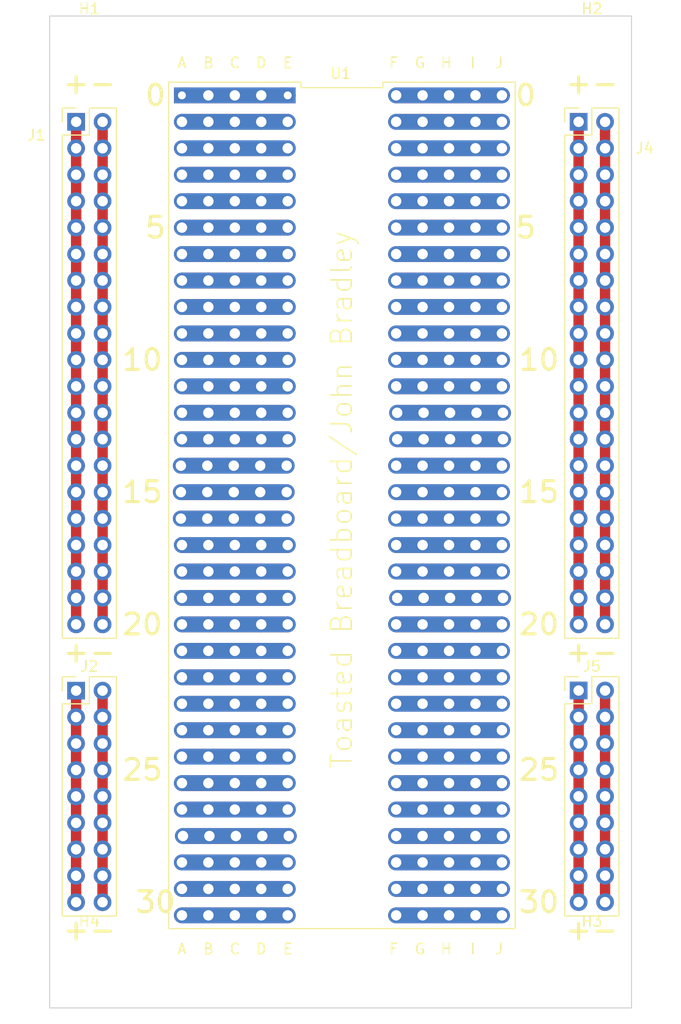
<source format=kicad_pcb>
(kicad_pcb (version 20240108) (generator "pcbnew") (generator_version "8.0")
  (layers (0 "F.Cu" signal) (31 "B.Cu" signal) (34 "B.Paste" user) (35 "F.Paste" user) (36 "B.SilkS" user "B.Silkscreen") (37 "F.SilkS" user "F.Silkscreen") (38 "B.Mask" user) (39 "F.Mask" user) (44 "Edge.Cuts" user))
  (net 0 "")
  (net 1 "unconnected-(U1-PIN1-Pad1)")
  (net 2 "unconnected-(U1-PIN2-Pad2)")
  (net 3 "unconnected-(U1-PIN3-Pad3)")
  (net 4 "Net-(J1-Pin_1)")
  (net 5 "Net-(J1-Pin_10)")
  (net 6 "Net-(J2-Pin_1)")
  (net 7 "Net-(J2-Pin_10)")
  (net 8 "Net-(J4-Pin_1)")
  (net 9 "Net-(J4-Pin_10)")
  (net 10 "Net-(J5-Pin_1)")
  (net 11 "Net-(J5-Pin_10)")
  (net 12 "unconnected-(U1-PIN4-Pad4)")
  (net 13 "unconnected-(U1-PIN5-Pad5)")
  (net 14 "unconnected-(U1-PIN6-Pad6)")
  (net 15 "unconnected-(U1-PIN7-Pad7)")
  (net 16 "unconnected-(U1-PIN8-Pad8)")
  (net 17 "unconnected-(U1-PIN9-Pad9)")
  (net 18 "unconnected-(U1-PIN10-Pad10)")
  (net 19 "unconnected-(U1-PIN11-Pad11)")
  (net 20 "unconnected-(U1-PIN12-Pad12)")
  (net 21 "unconnected-(U1-PIN13-Pad13)")
  (net 22 "unconnected-(U1-PIN14-Pad14)")
  (net 23 "unconnected-(U1-PIN15-Pad15)")
  (net 24 "unconnected-(U1-PIN16-Pad16)")
  (net 25 "unconnected-(U1-PIN17-Pad17)")
  (net 26 "unconnected-(U1-PIN18-Pad18)")
  (net 27 "unconnected-(U1-PIN19-Pad19)")
  (net 28 "unconnected-(U1-PIN20-Pad20)")
  (net 29 "unconnected-(U1-PIN21-Pad21)")
  (net 30 "unconnected-(U1-PIN22-Pad22)")
  (net 31 "unconnected-(U1-PIN23-Pad23)")
  (net 32 "unconnected-(U1-PIN24-Pad24)")
  (net 33 "unconnected-(U1-PIN25-Pad25)")
  (net 34 "unconnected-(U1-PIN26-Pad26)")
  (net 35 "unconnected-(U1-PIN27-Pad27)")
  (net 36 "unconnected-(U1-PIN28-Pad28)")
  (net 37 "unconnected-(U1-PIN29-Pad29)")
  (net 38 "unconnected-(U1-PIN30-Pad30)")
  (net 39 "unconnected-(U1-PIN31-Pad31)")
  (net 40 "unconnected-(U1-PIN32-Pad32)")
  (net 41 "unconnected-(U1-PIN33-Pad33)")
  (net 42 "unconnected-(U1-PIN34-Pad34)")
  (net 43 "unconnected-(U1-PIN35-Pad35)")
  (net 44 "unconnected-(U1-PIN36-Pad36)")
  (net 45 "unconnected-(U1-PIN37-Pad37)")
  (net 46 "unconnected-(U1-PIN38-Pad38)")
  (net 47 "unconnected-(U1-PIN39-Pad39)")
  (net 48 "unconnected-(U1-PIN40-Pad40)")
  (net 49 "unconnected-(U1-PIN41-Pad41)")
  (net 50 "unconnected-(U1-PIN42-Pad42)")
  (net 51 "unconnected-(U1-PIN43-Pad43)")
  (net 52 "unconnected-(U1-PIN44-Pad44)")
  (net 53 "unconnected-(U1-PIN45-Pad45)")
  (net 54 "unconnected-(U1-PIN46-Pad46)")
  (net 55 "unconnected-(U1-PIN47-Pad47)")
  (net 56 "unconnected-(U1-PIN48-Pad48)")
  (net 57 "unconnected-(U1-PIN49-Pad49)")
  (net 58 "unconnected-(U1-PIN50-Pad50)")
  (net 59 "unconnected-(U1-PIN51-Pad51)")
  (net 60 "unconnected-(U1-PIN52-Pad52)")
  (net 61 "unconnected-(U1-PIN53-Pad53)")
  (net 62 "unconnected-(U1-PIN54-Pad54)")
  (net 63 "unconnected-(U1-PIN55-Pad55)")
  (net 64 "unconnected-(U1-PIN56-Pad56)")
  (net 65 "unconnected-(U1-PIN57-Pad57)")
  (net 66 "unconnected-(U1-PIN58-Pad58)")
  (net 67 "unconnected-(U1-PIN59-Pad59)")
  (net 68 "unconnected-(U1-PIN60-Pad60)")
  (net 69 "unconnected-(U1-PIN61-Pad61)")
  (net 70 "unconnected-(U1-PIN62-Pad62)")
  (net 71 "unconnected-(U1-PIN63-Pad63)")
  (net 72 "unconnected-(U1-PIN64-Pad64)")
  (footprint "ExtraFootprints:MountingHole_3.5mm_with_Stencil_hole" (layer "F.Cu") (at 153.67 111.76)
    (property "Reference" "H3")
    (property "Value" "MountingHole")
  )
  (footprint "Dev:DIP-64" (layer "F.Cu") (at 129.794 67.31 -90)
    (property "Reference" "U1")
    (property "Value" "DIL126" (hide yes))
  )
  (footprint "ExtraFootprints:MountingHole_3.5mm_with_Stencil_hole" (layer "F.Cu") (at 105.41 24.13)
    (property "Reference" "H1")
    (property "Value" "MountingHole")
  )
  (footprint "Connector_PinHeader_2.54mm:PinHeader_2x20_P2.54mm_Vertical" (layer "F.Cu") (at 152.4 30.48)
    (property "Reference" "J4")
    (property "Value" "Conn_02x20_Odd_Even")
  )
  (footprint "ExtraFootprints:MountingHole_3.5mm_with_Stencil_hole" (layer "F.Cu") (at 153.67 24.13)
    (property "Reference" "H2")
    (property "Value" "MountingHole")
  )
  (footprint "Connector_PinHeader_2.54mm:PinHeader_2x09_P2.54mm_Vertical" (layer "F.Cu") (at 104.135 85.1)
    (property "Reference" "J2")
    (property "Value" "Conn_02x20_Odd_Even")
  )
  (footprint "Connector_PinHeader_2.54mm:PinHeader_2x20_P2.54mm_Vertical" (layer "F.Cu") (at 104.14 30.48)
    (property "Reference" "J1")
    (property "Value" "Conn_02x20_Odd_Even")
  )
  (footprint "ExtraFootprints:MountingHole_3.5mm_with_Stencil_hole" (layer "F.Cu") (at 105.41 111.76)
    (property "Reference" "H4")
    (property "Value" "MountingHole")
  )
  (footprint "Connector_PinHeader_2.54mm:PinHeader_2x09_P2.54mm_Vertical" (layer "F.Cu") (at 152.4 85.09)
    (property "Reference" "J5")
    (property "Value" "Conn_02x20_Odd_Even")
  )
  (gr_rect (start 101.6 20.32) (end 157.48 115.57) (stroke (width 0.1)) (fill none) (layer "Edge.Cuts"))
  (gr_text "5" (at 147.32 40.64 0) (layer "F.SilkS") (effects (font (size 2 2) (thickness 0.3))))
  (gr_text "5" (at 111.76 40.64 0) (layer "F.SilkS") (effects (font (size 2 2) (thickness 0.3))))
  (gr_text "C" (at 119.38 110.49 0) (layer "F.SilkS") (effects (font (size 1 1)) (justify bottom)))
  (gr_text "25" (at 110.49 92.71 0) (layer "F.SilkS") (effects (font (size 2 2) (thickness 0.3))))
  (gr_text "-" (at 154.94 109.22 0) (layer "F.SilkS") (effects (font (size 2 2) (thickness 0.3)) (justify bottom)))
  (gr_text "+" (at 104.14 82.55 0) (layer "F.SilkS") (effects (font (size 2 2) (thickness 0.3)) (justify bottom)))
  (gr_text "A" (at 114.3 110.49 0) (layer "F.SilkS") (effects (font (size 1 1)) (justify bottom)))
  (gr_text "G" (at 137.16 25.4 0) (layer "F.SilkS") (effects (font (size 1 1)) (justify bottom)))
  (gr_text "+" (at 152.4 109.22 0) (layer "F.SilkS") (effects (font (size 2 2) (thickness 0.3)) (justify bottom)))
  (gr_text "+" (at 152.4 82.55 0) (layer "F.SilkS") (effects (font (size 2 2) (thickness 0.3)) (justify bottom)))
  (gr_text "F" (at 134.62 25.4 0) (layer "F.SilkS") (effects (font (size 1 1)) (justify bottom)))
  (gr_text "F" (at 134.62 110.49 0) (layer "F.SilkS") (effects (font (size 1 1)) (justify bottom)))
  (gr_text "20" (at 148.59 78.74 0) (layer "F.SilkS") (effects (font (size 2 2) (thickness 0.3))))
  (gr_text "J\n" (at 144.78 110.49 0) (layer "F.SilkS") (effects (font (size 1 1)) (justify bottom)))
  (gr_text "+" (at 104.14 27.94 0) (layer "F.SilkS") (effects (font (size 2 2) (thickness 0.3)) (justify bottom)))
  (gr_text "+" (at 104.14 109.22 0) (layer "F.SilkS") (effects (font (size 2 2) (thickness 0.3)) (justify bottom)))
  (gr_text "E" (at 124.46 110.49 0) (layer "F.SilkS") (effects (font (size 1 1)) (justify bottom)))
  (gr_text "-" (at 106.68 109.22 0) (layer "F.SilkS") (effects (font (size 2 2) (thickness 0.3)) (justify bottom)))
  (gr_text "A" (at 114.3 25.4 0) (layer "F.SilkS") (effects (font (size 1 1)) (justify bottom)))
  (gr_text "D" (at 121.92 25.4 0) (layer "F.SilkS") (effects (font (size 1 1)) (justify bottom)))
  (gr_text "25" (at 148.59 92.71 0) (layer "F.SilkS") (effects (font (size 2 2) (thickness 0.3))))
  (gr_text "0" (at 147.32 27.94 0) (layer "F.SilkS") (effects (font (size 2 2) (thickness 0.3))))
  (gr_text "B" (at 116.84 110.49 0) (layer "F.SilkS") (effects (font (size 1 1)) (justify bottom)))
  (gr_text "-" (at 154.94 82.55 0) (layer "F.SilkS") (effects (font (size 2 2) (thickness 0.3)) (justify bottom)))
  (gr_text "E" (at 124.46 25.4 0) (layer "F.SilkS") (effects (font (size 1 1)) (justify bottom)))
  (gr_text "0" (at 111.76 27.94 0) (layer "F.SilkS") (effects (font (size 2 2) (thickness 0.3))))
  (gr_text "30" (at 111.76 105.41 0) (layer "F.SilkS") (effects (font (size 2 2) (thickness 0.3))))
  (gr_text "-" (at 106.68 82.55 0) (layer "F.SilkS") (effects (font (size 2 2) (thickness 0.3)) (justify bottom)))
  (gr_text "B" (at 116.84 25.4 0) (layer "F.SilkS") (effects (font (size 1 1)) (justify bottom)))
  (gr_text "G" (at 137.16 110.49 0) (layer "F.SilkS") (effects (font (size 1 1)) (justify bottom)))
  (gr_text "Toasted Breadboard/John Bradley" (at 130.81 92.71 90) (layer "F.SilkS") (effects (font (size 2 2)) (justify left bottom)))
  (gr_text "J\n" (at 144.78 25.4 0) (layer "F.SilkS") (effects (font (size 1 1)) (justify bottom)))
  (gr_text "-" (at 106.68 27.94 0) (layer "F.SilkS") (effects (font (size 2 2) (thickness 0.3)) (justify bottom)))
  (gr_text "H" (at 139.7 110.49 0) (layer "F.SilkS") (effects (font (size 1 1)) (justify bottom)))
  (gr_text "D" (at 121.92 110.49 0) (layer "F.SilkS") (effects (font (size 1 1)) (justify bottom)))
  (gr_text "+" (at 152.4 27.94 0) (layer "F.SilkS") (effects (font (size 2 2) (thickness 0.3)) (justify bottom)))
  (gr_text "I" (at 142.24 25.4 0) (layer "F.SilkS") (effects (font (size 1 1)) (justify bottom)))
  (gr_text "20" (at 110.49 78.74 0) (layer "F.SilkS") (effects (font (size 2 2) (thickness 0.3))))
  (gr_text "10" (at 110.49 53.34 0) (layer "F.SilkS") (effects (font (size 2 2) (thickness 0.3))))
  (gr_text "H" (at 139.7 25.4 0) (layer "F.SilkS") (effects (font (size 1 1)) (justify bottom)))
  (gr_text "-" (at 154.94 27.94 0) (layer "F.SilkS") (effects (font (size 2 2) (thickness 0.3)) (justify bottom)))
  (gr_text "15" (at 148.59 66.04 0) (layer "F.SilkS") (effects (font (size 2 2) (thickness 0.3))))
  (gr_text "30" (at 148.59 105.41 0) (layer "F.SilkS") (effects (font (size 2 2) (thickness 0.3))))
  (gr_text "I" (at 142.24 110.49 0) (layer "F.SilkS") (effects (font (size 1 1)) (justify bottom)))
  (gr_text "15" (at 110.49 66.04 0) (layer "F.SilkS") (effects (font (size 2 2) (thickness 0.3))))
  (gr_text "C" (at 119.38 25.4 0) (layer "F.SilkS") (effects (font (size 1 1)) (justify bottom)))
  (gr_text "10" (at 148.59 53.34 0) (layer "F.SilkS") (effects (font (size 2 2) (thickness 0.3))))
  (segment (start 116.84 27.94) (end 119.38 27.94) (width 1) (layer "B.Cu") (net 1))
  (segment (start 121.92 27.94) (end 124.46 27.94) (width 1) (layer "B.Cu") (net 1))
  (segment (start 114.3 27.94) (end 116.84 27.94) (width 1) (layer "B.Cu") (net 1))
  (segment (start 119.38 27.94) (end 121.92 27.94) (width 1) (layer "B.Cu") (net 1))
  (segment (start 116.84 30.48) (end 119.38 30.48) (width 1) (layer "B.Cu") (net 2))
  (segment (start 114.3 30.48) (end 116.84 30.48) (width 1) (layer "B.Cu") (net 2))
  (segment (start 119.38 30.48) (end 121.92 30.48) (width 1) (layer "B.Cu") (net 2))
  (segment (start 121.92 30.48) (end 124.46 30.48) (width 1) (layer "B.Cu") (net 2))
  (segment (start 114.3 33.02) (end 116.84 33.02) (width 1) (layer "B.Cu") (net 3))
  (segment (start 119.38 33.02) (end 121.92 33.02) (width 1) (layer "B.Cu") (net 3))
  (segment (start 116.84 33.02) (end 119.38 33.02) (width 1) (layer "B.Cu") (net 3))
  (segment (start 121.92 33.02) (end 124.46 33.02) (width 1) (layer "B.Cu") (net 3))
  (segment (start 104.14 53.34) (end 104.14 50.8) (width 1) (layer "F.Cu") (net 4))
  (segment (start 104.14 38.1) (end 104.14 35.56) (width 1) (layer "F.Cu") (net 4))
  (segment (start 104.14 58.42) (end 104.14 55.88) (width 1) (layer "F.Cu") (net 4))
  (segment (start 104.14 66.04) (end 104.14 63.5) (width 1) (layer "F.Cu") (net 4))
  (segment (start 104.14 40.64) (end 104.14 38.1) (width 1) (layer "F.Cu") (net 4))
  (segment (start 104.14 48.26) (end 104.14 45.72) (width 1) (layer "F.Cu") (net 4))
  (segment (start 104.14 50.8) (end 104.14 48.26) (width 1) (layer "F.Cu") (net 4))
  (segment (start 104.14 73.66) (end 104.14 71.12) (width 1) (layer "F.Cu") (net 4))
  (segment (start 104.14 35.56) (end 104.14 33.02) (width 1) (layer "F.Cu") (net 4))
  (segment (start 104.14 60.96) (end 104.14 58.42) (width 1) (layer "F.Cu") (net 4))
  (segment (start 104.14 71.12) (end 104.14 68.58) (width 1) (layer "F.Cu") (net 4))
  (segment (start 104.14 63.5) (end 104.14 60.96) (width 1) (layer "F.Cu") (net 4))
  (segment (start 104.14 68.58) (end 104.14 66.04) (width 1) (layer "F.Cu") (net 4))
  (segment (start 104.14 43.18) (end 104.14 40.64) (width 1) (layer "F.Cu") (net 4))
  (segment (start 104.14 78.74) (end 104.14 76.2) (width 1) (layer "F.Cu") (net 4))
  (segment (start 104.14 45.72) (end 104.14 43.18) (width 1) (layer "F.Cu") (net 4))
  (segment (start 104.14 33.02) (end 104.14 30.48) (width 1) (layer "F.Cu") (net 4))
  (segment (start 104.14 55.88) (end 104.14 53.34) (width 1) (layer "F.Cu") (net 4))
  (segment (start 104.14 76.2) (end 104.14 73.66) (width 1) (layer "F.Cu") (net 4))
  (segment (start 106.68 71.12) (end 106.68 68.58) (width 1) (layer "F.Cu") (net 5))
  (segment (start 106.68 60.96) (end 106.68 58.42) (width 1) (layer "F.Cu") (net 5))
  (segment (start 106.68 45.72) (end 106.68 43.18) (width 1) (layer "F.Cu") (net 5))
  (segment (start 106.68 76.2) (end 106.68 73.66) (width 1) (layer "F.Cu") (net 5))
  (segment (start 106.68 63.5) (end 106.68 60.96) (width 1) (layer "F.Cu") (net 5))
  (segment (start 106.68 53.34) (end 106.68 50.8) (width 1) (layer "F.Cu") (net 5))
  (segment (start 106.68 33.02) (end 106.68 30.48) (width 1) (layer "F.Cu") (net 5))
  (segment (start 106.68 50.8) (end 106.68 48.26) (width 1) (layer "F.Cu") (net 5))
  (segment (start 106.68 55.88) (end 106.68 53.34) (width 1) (layer "F.Cu") (net 5))
  (segment (start 106.68 48.26) (end 106.68 45.72) (width 1) (layer "F.Cu") (net 5))
  (segment (start 106.68 66.04) (end 106.68 63.5) (width 1) (layer "F.Cu") (net 5))
  (segment (start 106.68 43.18) (end 106.68 40.64) (width 1) (layer "F.Cu") (net 5))
  (segment (start 106.68 58.42) (end 106.68 55.88) (width 1) (layer "F.Cu") (net 5))
  (segment (start 106.68 38.1) (end 106.68 35.56) (width 1) (layer "F.Cu") (net 5))
  (segment (start 106.68 68.58) (end 106.68 66.04) (width 1) (layer "F.Cu") (net 5))
  (segment (start 106.68 40.64) (end 106.68 38.1) (width 1) (layer "F.Cu") (net 5))
  (segment (start 106.68 73.66) (end 106.68 71.12) (width 1) (layer "F.Cu") (net 5))
  (segment (start 106.68 78.74) (end 106.68 76.2) (width 1) (layer "F.Cu") (net 5))
  (segment (start 106.68 35.56) (end 106.68 33.02) (width 1) (layer "F.Cu") (net 5))
  (segment (start 104.135 90.18) (end 104.135 87.64) (width 1) (layer "F.Cu") (net 6))
  (segment (start 104.135 95.26) (end 104.135 92.72) (width 1) (layer "F.Cu") (net 6))
  (segment (start 104.135 92.72) (end 104.135 90.18) (width 1) (layer "F.Cu") (net 6))
  (segment (start 104.135 105.42) (end 104.135 102.88) (width 1) (layer "F.Cu") (net 6))
  (segment (start 104.135 102.88) (end 104.135 100.34) (width 1) (layer "F.Cu") (net 6))
  (segment (start 104.135 87.64) (end 104.135 85.1) (width 1) (layer "F.Cu") (net 6))
  (segment (start 104.135 100.34) (end 104.135 97.8) (width 1) (layer "F.Cu") (net 6))
  (segment (start 104.135 97.8) (end 104.135 95.26) (width 1) (layer "F.Cu") (net 6))
  (segment (start 106.675 100.34) (end 106.675 97.8) (width 1) (layer "F.Cu") (net 7))
  (segment (start 106.675 97.8) (end 106.675 95.26) (width 1) (layer "F.Cu") (net 7))
  (segment (start 106.675 105.42) (end 106.675 102.88) (width 1) (layer "F.Cu") (net 7))
  (segment (start 106.675 92.72) (end 106.675 90.18) (width 1) (layer "F.Cu") (net 7))
  (segment (start 106.675 102.88) (end 106.675 100.34) (width 1) (layer "F.Cu") (net 7))
  (segment (start 106.675 90.18) (end 106.675 87.64) (width 1) (layer "F.Cu") (net 7))
  (segment (start 106.675 95.26) (end 106.675 92.72) (width 1) (layer "F.Cu") (net 7))
  (segment (start 106.675 87.64) (end 106.675 85.1) (width 1) (layer "F.Cu") (net 7))
  (segment (start 152.4 73.66) (end 152.4 71.12) (width 1) (layer "F.Cu") (net 8))
  (segment (start 152.4 66.04) (end 152.4 63.5) (width 1) (layer "F.Cu") (net 8))
  (segment (start 152.4 50.8) (end 152.4 48.26) (width 1) (layer "F.Cu") (net 8))
  (segment (start 152.4 53.34) (end 152.4 50.8) (width 1) (layer "F.Cu") (net 8))
  (segment (start 152.4 63.5) (end 152.4 60.96) (width 1) (layer "F.Cu") (net 8))
  (segment (start 152.4 55.88) (end 152.4 53.34) (width 1) (layer "F.Cu") (net 8))
  (segment (start 152.4 60.96) (end 152.4 58.42) (width 1) (layer "F.Cu") (net 8))
  (segment (start 152.4 71.12) (end 152.4 68.58) (width 1) (layer "F.Cu") (net 8))
  (segment (start 152.4 68.58) (end 152.4 66.04) (width 1) (layer "F.Cu") (net 8))
  (segment (start 152.4 58.42) (end 152.4 55.88) (width 1) (layer "F.Cu") (net 8))
  (segment (start 152.4 48.26) (end 152.4 45.72) (width 1) (layer "F.Cu") (net 8))
  (segment (start 152.4 35.56) (end 152.4 33.02) (width 1) (layer "F.Cu") (net 8))
  (segment (start 152.4 43.18) (end 152.4 40.64) (width 1) (layer "F.Cu") (net 8))
  (segment (start 152.4 33.02) (end 152.4 30.48) (width 1) (layer "F.Cu") (net 8))
  (segment (start 152.4 40.64) (end 152.4 38.1) (width 1) (layer "F.Cu") (net 8))
  (segment (start 152.4 45.72) (end 152.4 43.18) (width 1) (layer "F.Cu") (net 8))
  (segment (start 152.4 76.2) (end 152.4 73.66) (width 1) (layer "F.Cu") (net 8))
  (segment (start 152.4 38.1) (end 152.4 35.56) (width 1) (layer "F.Cu") (net 8))
  (segment (start 152.4 78.74) (end 152.4 76.2) (width 1) (layer "F.Cu") (net 8))
  (segment (start 154.94 60.96) (end 154.94 58.42) (width 1) (layer "F.Cu") (net 9))
  (segment (start 154.94 63.5) (end 154.94 60.96) (width 1) (layer "F.Cu") (net 9))
  (segment (start 154.94 38.1) (end 154.94 35.56) (width 1) (layer "F.Cu") (net 9))
  (segment (start 154.94 76.2) (end 154.94 73.66) (width 1) (layer "F.Cu") (net 9))
  (segment (start 154.94 53.34) (end 154.94 50.8) (width 1) (layer "F.Cu") (net 9))
  (segment (start 154.94 35.56) (end 154.94 33.02) (width 1) (layer "F.Cu") (net 9))
  (segment (start 154.94 40.64) (end 154.94 38.1) (width 1) (layer "F.Cu") (net 9))
  (segment (start 154.94 68.58) (end 154.94 66.04) (width 1) (layer "F.Cu") (net 9))
  (segment (start 154.94 43.18) (end 154.94 40.64) (width 1) (layer "F.Cu") (net 9))
  (segment (start 154.94 55.88) (end 154.94 53.34) (width 1) (layer "F.Cu") (net 9))
  (segment (start 154.94 33.02) (end 154.94 30.48) (width 1) (layer "F.Cu") (net 9))
  (segment (start 154.94 78.74) (end 154.94 76.2) (width 1) (layer "F.Cu") (net 9))
  (segment (start 154.94 73.66) (end 154.94 71.12) (width 1) (layer "F.Cu") (net 9))
  (segment (start 154.94 50.8) (end 154.94 48.26) (width 1) (layer "F.Cu") (net 9))
  (segment (start 154.94 66.04) (end 154.94 63.5) (width 1) (layer "F.Cu") (net 9))
  (segment (start 154.94 48.26) (end 154.94 45.72) (width 1) (layer "F.Cu") (net 9))
  (segment (start 154.94 58.42) (end 154.94 55.88) (width 1) (layer "F.Cu") (net 9))
  (segment (start 154.94 71.12) (end 154.94 68.58) (width 1) (layer "F.Cu") (net 9))
  (segment (start 154.94 45.72) (end 154.94 43.18) (width 1) (layer "F.Cu") (net 9))
  (segment (start 152.4 97.79) (end 152.4 95.25) (width 1) (layer "F.Cu") (net 10))
  (segment (start 152.4 95.25) (end 152.4 92.71) (width 1) (layer "F.Cu") (net 10))
  (segment (start 152.4 105.41) (end 152.4 102.87) (width 1) (layer "F.Cu") (net 10))
  (segment (start 152.4 92.71) (end 152.4 90.17) (width 1) (layer "F.Cu") (net 10))
  (segment (start 152.4 87.63) (end 152.4 85.09) (width 1) (layer "F.Cu") (net 10))
  (segment (start 152.4 90.17) (end 152.4 87.63) (width 1) (layer "F.Cu") (net 10))
  (segment (start 152.4 102.87) (end 152.4 100.33) (width 1) (layer "F.Cu") (net 10))
  (segment (start 152.4 100.33) (end 152.4 97.79) (width 1) (layer "F.Cu") (net 10))
  (segment (start 154.94 100.33) (end 154.94 97.79) (width 1) (layer "F.Cu") (net 11))
  (segment (start 154.94 102.87) (end 154.94 100.33) (width 1) (layer "F.Cu") (net 11))
  (segment (start 154.94 87.63) (end 154.94 85.09) (width 1) (layer "F.Cu") (net 11))
  (segment (start 154.94 105.41) (end 154.94 102.87) (width 1) (layer "F.Cu") (net 11))
  (segment (start 154.94 92.71) (end 154.94 90.17) (width 1) (layer "F.Cu") (net 11))
  (segment (start 154.94 97.79) (end 154.94 95.25) (width 1) (layer "F.Cu") (net 11))
  (segment (start 154.94 95.25) (end 154.94 92.71) (width 1) (layer "F.Cu") (net 11))
  (segment (start 154.94 90.17) (end 154.94 87.63) (width 1) (layer "F.Cu") (net 11))
  (segment (start 116.84 35.56) (end 119.38 35.56) (width 1) (layer "B.Cu") (net 12))
  (segment (start 121.92 35.56) (end 124.46 35.56) (width 1) (layer "B.Cu") (net 12))
  (segment (start 119.38 35.56) (end 121.92 35.56) (width 1) (layer "B.Cu") (net 12))
  (segment (start 114.3 35.56) (end 116.84 35.56) (width 1) (layer "B.Cu") (net 12))
  (segment (start 116.84 38.1) (end 119.38 38.1) (width 1) (layer "B.Cu") (net 13))
  (segment (start 121.92 38.1) (end 124.46 38.1) (width 1) (layer "B.Cu") (net 13))
  (segment (start 119.38 38.1) (end 121.92 38.1) (width 1) (layer "B.Cu") (net 13))
  (segment (start 114.3 38.1) (end 116.84 38.1) (width 1) (layer "B.Cu") (net 13))
  (segment (start 116.84 40.64) (end 119.38 40.64) (width 1) (layer "B.Cu") (net 14))
  (segment (start 121.92 40.64) (end 124.46 40.64) (width 1) (layer "B.Cu") (net 14))
  (segment (start 119.38 40.64) (end 121.92 40.64) (width 1) (layer "B.Cu") (net 14))
  (segment (start 114.3 40.64) (end 116.84 40.64) (width 1) (layer "B.Cu") (net 14))
  (segment (start 121.92 43.18) (end 124.46 43.18) (width 1) (layer "B.Cu") (net 15))
  (segment (start 116.84 43.18) (end 119.38 43.18) (width 1) (layer "B.Cu") (net 15))
  (segment (start 114.3 43.18) (end 116.84 43.18) (width 1) (layer "B.Cu") (net 15))
  (segment (start 119.38 43.18) (end 121.92 43.18) (width 1) (layer "B.Cu") (net 15))
  (segment (start 121.92 45.72) (end 124.46 45.72) (width 1) (layer "B.Cu") (net 16))
  (segment (start 116.84 45.72) (end 119.38 45.72) (width 1) (layer "B.Cu") (net 16))
  (segment (start 119.38 45.72) (end 121.92 45.72) (width 1) (layer "B.Cu") (net 16))
  (segment (start 114.3 45.72) (end 116.84 45.72) (width 1) (layer "B.Cu") (net 16))
  (segment (start 116.84 48.26) (end 119.38 48.26) (width 1) (layer "B.Cu") (net 17))
  (segment (start 121.92 48.26) (end 124.46 48.26) (width 1) (layer "B.Cu") (net 17))
  (segment (start 119.38 48.26) (end 121.92 48.26) (width 1) (layer "B.Cu") (net 17))
  (segment (start 114.3 48.26) (end 116.84 48.26) (width 1) (layer "B.Cu") (net 17))
  (segment (start 116.84 50.8) (end 119.38 50.8) (width 1) (layer "B.Cu") (net 18))
  (segment (start 114.3 50.8) (end 116.84 50.8) (width 1) (layer "B.Cu") (net 18))
  (segment (start 119.38 50.8) (end 121.92 50.8) (width 1) (layer "B.Cu") (net 18))
  (segment (start 121.92 50.8) (end 124.46 50.8) (width 1) (layer "B.Cu") (net 18))
  (segment (start 121.92 53.34) (end 124.46 53.34) (width 1) (layer "B.Cu") (net 19))
  (segment (start 119.38 53.34) (end 121.92 53.34) (width 1) (layer "B.Cu") (net 19))
  (segment (start 116.84 53.34) (end 119.38 53.34) (width 1) (layer "B.Cu") (net 19))
  (segment (start 114.3 53.34) (end 116.84 53.34) (width 1) (layer "B.Cu") (net 19))
  (segment (start 116.84 55.88) (end 119.38 55.88) (width 1) (layer "B.Cu") (net 20))
  (segment (start 121.92 55.88) (end 124.46 55.88) (width 1) (layer "B.Cu") (net 20))
  (segment (start 114.3 55.88) (end 116.84 55.88) (width 1) (layer "B.Cu") (net 20))
  (segment (start 119.38 55.88) (end 121.92 55.88) (width 1) (layer "B.Cu") (net 20))
  (segment (start 116.84 58.42) (end 119.38 58.42) (width 1) (layer "B.Cu") (net 21))
  (segment (start 119.38 58.42) (end 121.92 58.42) (width 1) (layer "B.Cu") (net 21))
  (segment (start 114.3 58.42) (end 116.84 58.42) (width 1) (layer "B.Cu") (net 21))
  (segment (start 121.92 58.42) (end 124.46 58.42) (width 1) (layer "B.Cu") (net 21))
  (segment (start 119.38 60.96) (end 121.92 60.96) (width 1) (layer "B.Cu") (net 22))
  (segment (start 114.3 60.96) (end 116.84 60.96) (width 1) (layer "B.Cu") (net 22))
  (segment (start 116.84 60.96) (end 119.38 60.96) (width 1) (layer "B.Cu") (net 22))
  (segment (start 121.92 60.96) (end 124.46 60.96) (width 1) (layer "B.Cu") (net 22))
  (segment (start 121.82 63.5) (end 124.36 63.5) (width 1) (layer "B.Cu") (net 23))
  (segment (start 119.28 63.5) (end 121.82 63.5) (width 1) (layer "B.Cu") (net 23))
  (segment (start 114.2 63.5) (end 116.74 63.5) (width 1) (layer "B.Cu") (net 23))
  (segment (start 116.74 63.5) (end 119.28 63.5) (width 1) (layer "B.Cu") (net 23))
  (segment (start 121.82 66.04) (end 124.36 66.04) (width 1) (layer "B.Cu") (net 24))
  (segment (start 114.2 66.04) (end 116.74 66.04) (width 1) (layer "B.Cu") (net 24))
  (segment (start 119.28 66.04) (end 121.82 66.04) (width 1) (layer "B.Cu") (net 24))
  (segment (start 116.74 66.04) (end 119.28 66.04) (width 1) (layer "B.Cu") (net 24))
  (segment (start 119.28 68.58) (end 121.82 68.58) (width 1) (layer "B.Cu") (net 25))
  (segment (start 116.74 68.58) (end 119.28 68.58) (width 1) (layer "B.Cu") (net 25))
  (segment (start 121.82 68.58) (end 124.36 68.58) (width 1) (layer "B.Cu") (net 25))
  (segment (start 114.2 68.58) (end 116.74 68.58) (width 1) (layer "B.Cu") (net 25))
  (segment (start 119.38 71.12) (end 121.92 71.12) (width 1) (layer "B.Cu") (net 26))
  (segment (start 121.92 71.12) (end 124.46 71.12) (width 1) (layer "B.Cu") (net 26))
  (segment (start 114.3 71.12) (end 116.84 71.12) (width 1) (layer "B.Cu") (net 26))
  (segment (start 116.84 71.12) (end 119.38 71.12) (width 1) (layer "B.Cu") (net 26))
  (segment (start 116.84 73.66) (end 119.38 73.66) (width 1) (layer "B.Cu") (net 27))
  (segment (start 119.38 73.66) (end 121.92 73.66) (width 1) (layer "B.Cu") (net 27))
  (segment (start 121.92 73.66) (end 124.46 73.66) (width 1) (layer "B.Cu") (net 27))
  (segment (start 114.3 73.66) (end 116.84 73.66) (width 1) (layer "B.Cu") (net 27))
  (segment (start 114.3 76.2) (end 116.84 76.2) (width 1) (layer "B.Cu") (net 28))
  (segment (start 116.84 76.2) (end 119.38 76.2) (width 1) (layer "B.Cu") (net 28))
  (segment (start 121.92 76.2) (end 124.46 76.2) (width 1) (layer "B.Cu") (net 28))
  (segment (start 119.38 76.2) (end 121.92 76.2) (width 1) (layer "B.Cu") (net 28))
  (segment (start 114.3 78.74) (end 116.84 78.74) (width 1) (layer "B.Cu") (net 29))
  (segment (start 116.84 78.74) (end 119.38 78.74) (width 1) (layer "B.Cu") (net 29))
  (segment (start 121.92 78.74) (end 124.46 78.74) (width 1) (layer "B.Cu") (net 29))
  (segment (start 119.38 78.74) (end 121.92 78.74) (width 1) (layer "B.Cu") (net 29))
  (segment (start 119.38 81.28) (end 121.92 81.28) (width 1) (layer "B.Cu") (net 30))
  (segment (start 114.3 81.28) (end 116.84 81.28) (width 1) (layer "B.Cu") (net 30))
  (segment (start 121.92 81.28) (end 124.46 81.28) (width 1) (layer "B.Cu") (net 30))
  (segment (start 116.84 81.28) (end 119.38 81.28) (width 1) (layer "B.Cu") (net 30))
  (segment (start 119.38 83.82) (end 121.92 83.82) (width 1) (layer "B.Cu") (net 31))
  (segment (start 121.92 83.82) (end 124.46 83.82) (width 1) (layer "B.Cu") (net 31))
  (segment (start 116.84 83.82) (end 119.38 83.82) (width 1) (layer "B.Cu") (net 31))
  (segment (start 114.3 83.82) (end 116.84 83.82) (width 1) (layer "B.Cu") (net 31))
  (segment (start 114.3 86.36) (end 116.84 86.36) (width 1) (layer "B.Cu") (net 32))
  (segment (start 116.84 86.36) (end 119.38 86.36) (width 1) (layer "B.Cu") (net 32))
  (segment (start 121.92 86.36) (end 124.46 86.36) (width 1) (layer "B.Cu") (net 32))
  (segment (start 119.38 86.36) (end 121.92 86.36) (width 1) (layer "B.Cu") (net 32))
  (segment (start 121.92 88.9) (end 124.46 88.9) (width 1) (layer "B.Cu") (net 33))
  (segment (start 114.3 88.9) (end 116.84 88.9) (width 1) (layer "B.Cu") (net 33))
  (segment (start 119.38 88.9) (end 121.92 88.9) (width 1) (layer "B.Cu") (net 33))
  (segment (start 116.84 88.9) (end 119.38 88.9) (width 1) (layer "B.Cu") (net 33))
  (segment (start 116.84 91.44) (end 119.38 91.44) (width 1) (layer "B.Cu") (net 34))
  (segment (start 119.38 91.44) (end 121.92 91.44) (width 1) (layer "B.Cu") (net 34))
  (segment (start 121.92 91.44) (end 124.46 91.44) (width 1) (layer "B.Cu") (net 34))
  (segment (start 114.3 91.44) (end 116.84 91.44) (width 1) (layer "B.Cu") (net 34))
  (segment (start 119.38 93.98) (end 121.92 93.98) (width 1) (layer "B.Cu") (net 35))
  (segment (start 114.3 93.98) (end 116.84 93.98) (width 1) (layer "B.Cu") (net 35))
  (segment (start 116.84 93.98) (end 119.38 93.98) (width 1) (layer "B.Cu") (net 35))
  (segment (start 121.92 93.98) (end 124.46 93.98) (width 1) (layer "B.Cu") (net 35))
  (segment (start 119.38 96.52) (end 121.92 96.52) (width 1) (layer "B.Cu") (net 36))
  (segment (start 114.3 96.52) (end 116.84 96.52) (width 1) (layer "B.Cu") (net 36))
  (segment (start 116.84 96.52) (end 119.38 96.52) (width 1) (layer "B.Cu") (net 36))
  (segment (start 121.92 96.52) (end 124.46 96.52) (width 1) (layer "B.Cu") (net 36))
  (segment (start 116.94 99.06) (end 119.48 99.06) (width 1) (layer "B.Cu") (net 37))
  (segment (start 119.48 99.06) (end 122.02 99.06) (width 1) (layer "B.Cu") (net 37))
  (segment (start 122.02 99.06) (end 124.56 99.06) (width 1) (layer "B.Cu") (net 37))
  (segment (start 114.4 99.06) (end 116.94 99.06) (width 1) (layer "B.Cu") (net 37))
  (segment (start 114.3 101.6) (end 116.84 101.6) (width 1) (layer "B.Cu") (net 38))
  (segment (start 121.92 101.6) (end 124.46 101.6) (width 1) (layer "B.Cu") (net 38))
  (segment (start 116.84 101.6) (end 119.38 101.6) (width 1) (layer "B.Cu") (net 38))
  (segment (start 119.38 101.6) (end 121.92 101.6) (width 1) (layer "B.Cu") (net 38))
  (segment (start 121.92 104.14) (end 124.46 104.14) (width 1) (layer "B.Cu") (net 39))
  (segment (start 116.84 104.14) (end 119.38 104.14) (width 1) (layer "B.Cu") (net 39))
  (segment (start 114.3 104.14) (end 116.84 104.14) (width 1) (layer "B.Cu") (net 39))
  (segment (start 119.38 104.14) (end 121.92 104.14) (width 1) (layer "B.Cu") (net 39))
  (segment (start 119.38 106.68) (end 121.92 106.68) (width 1) (layer "B.Cu") (net 40))
  (segment (start 114.3 106.68) (end 116.84 106.68) (width 1) (layer "B.Cu") (net 40))
  (segment (start 121.92 106.68) (end 124.46 106.68) (width 1) (layer "B.Cu") (net 40))
  (segment (start 116.84 106.68) (end 119.38 106.68) (width 1) (layer "B.Cu") (net 40))
  (segment (start 137.414 106.68) (end 139.954 106.68) (width 1) (layer "B.Cu") (net 41))
  (segment (start 139.954 106.68) (end 142.494 106.68) (width 1) (layer "B.Cu") (net 41))
  (segment (start 134.874 106.68) (end 137.414 106.68) (width 1) (layer "B.Cu") (net 41))
  (segment (start 142.494 106.68) (end 145.034 106.68) (width 1) (layer "B.Cu") (net 41))
  (segment (start 142.494 104.14) (end 145.034 104.14) (width 1) (layer "B.Cu") (net 42))
  (segment (start 134.874 104.14) (end 137.414 104.14) (width 1) (layer "B.Cu") (net 42))
  (segment (start 137.414 104.14) (end 139.954 104.14) (width 1) (layer "B.Cu") (net 42))
  (segment (start 139.954 104.14) (end 142.494 104.14) (width 1) (layer "B.Cu") (net 42))
  (segment (start 134.874 101.6) (end 137.414 101.6) (width 1) (layer "B.Cu") (net 43))
  (segment (start 142.494 101.6) (end 145.034 101.6) (width 1) (layer "B.Cu") (net 43))
  (segment (start 139.954 101.6) (end 142.494 101.6) (width 1) (layer "B.Cu") (net 43))
  (segment (start 137.414 101.6) (end 139.954 101.6) (width 1) (layer "B.Cu") (net 43))
  (segment (start 139.954 99.06) (end 142.494 99.06) (width 1) (layer "B.Cu") (net 44))
  (segment (start 134.874 99.06) (end 137.414 99.06) (width 1) (layer "B.Cu") (net 44))
  (segment (start 137.414 99.06) (end 139.954 99.06) (width 1) (layer "B.Cu") (net 44))
  (segment (start 142.494 99.06) (end 145.034 99.06) (width 1) (layer "B.Cu") (net 44))
  (segment (start 139.954 96.52) (end 142.494 96.52) (width 1) (layer "B.Cu") (net 45))
  (segment (start 142.494 96.52) (end 145.034 96.52) (width 1) (layer "B.Cu") (net 45))
  (segment (start 137.414 96.52) (end 139.954 96.52) (width 1) (layer "B.Cu") (net 45))
  (segment (start 134.874 96.52) (end 137.414 96.52) (width 1) (layer "B.Cu") (net 45))
  (segment (start 142.494 93.98) (end 145.034 93.98) (width 1) (layer "B.Cu") (net 46))
  (segment (start 134.874 93.98) (end 137.414 93.98) (width 1) (layer "B.Cu") (net 46))
  (segment (start 139.954 93.98) (end 142.494 93.98) (width 1) (layer "B.Cu") (net 46))
  (segment (start 137.414 93.98) (end 139.954 93.98) (width 1) (layer "B.Cu") (net 46))
  (segment (start 142.494 91.44) (end 145.034 91.44) (width 1) (layer "B.Cu") (net 47))
  (segment (start 134.874 91.44) (end 137.414 91.44) (width 1) (layer "B.Cu") (net 47))
  (segment (start 139.954 91.44) (end 142.494 91.44) (width 1) (layer "B.Cu") (net 47))
  (segment (start 137.414 91.44) (end 139.954 91.44) (width 1) (layer "B.Cu") (net 47))
  (segment (start 137.414 88.9) (end 139.954 88.9) (width 1) (layer "B.Cu") (net 48))
  (segment (start 139.954 88.9) (end 142.494 88.9) (width 1) (layer "B.Cu") (net 48))
  (segment (start 142.494 88.9) (end 145.034 88.9) (width 1) (layer "B.Cu") (net 48))
  (segment (start 134.874 88.9) (end 137.414 88.9) (width 1) (layer "B.Cu") (net 48))
  (segment (start 139.954 86.36) (end 142.494 86.36) (width 1) (layer "B.Cu") (net 49))
  (segment (start 134.874 86.36) (end 137.414 86.36) (width 1) (layer "B.Cu") (net 49))
  (segment (start 142.494 86.36) (end 145.034 86.36) (width 1) (layer "B.Cu") (net 49))
  (segment (start 137.414 86.36) (end 139.954 86.36) (width 1) (layer "B.Cu") (net 49))
  (segment (start 137.414 83.82) (end 139.954 83.82) (width 1) (layer "B.Cu") (net 50))
  (segment (start 134.874 83.82) (end 137.414 83.82) (width 1) (layer "B.Cu") (net 50))
  (segment (start 139.954 83.82) (end 142.494 83.82) (width 1) (layer "B.Cu") (net 50))
  (segment (start 142.494 83.82) (end 145.034 83.82) (width 1) (layer "B.Cu") (net 50))
  (segment (start 142.494 81.28) (end 145.034 81.28) (width 1) (layer "B.Cu") (net 51))
  (segment (start 137.414 81.28) (end 139.954 81.28) (width 1) (layer "B.Cu") (net 51))
  (segment (start 134.874 81.28) (end 137.414 81.28) (width 1) (layer "B.Cu") (net 51))
  (segment (start 139.954 81.28) (end 142.494 81.28) (width 1) (layer "B.Cu") (net 51))
  (segment (start 142.494 78.74) (end 145.034 78.74) (width 1) (layer "B.Cu") (net 52))
  (segment (start 137.414 78.74) (end 139.954 78.74) (width 1) (layer "B.Cu") (net 52))
  (segment (start 139.954 78.74) (end 142.494 78.74) (width 1) (layer "B.Cu") (net 52))
  (segment (start 134.874 78.74) (end 137.414 78.74) (width 1) (layer "B.Cu") (net 52))
  (segment (start 134.974 76.2) (end 137.514 76.2) (width 1) (layer "B.Cu") (net 53))
  (segment (start 142.594 76.2) (end 145.134 76.2) (width 1) (layer "B.Cu") (net 53))
  (segment (start 137.514 76.2) (end 140.054 76.2) (width 1) (layer "B.Cu") (net 53))
  (segment (start 140.054 76.2) (end 142.594 76.2) (width 1) (layer "B.Cu") (net 53))
  (segment (start 134.874 73.66) (end 137.414 73.66) (width 1) (layer "B.Cu") (net 54))
  (segment (start 139.954 73.66) (end 142.494 73.66) (width 1) (layer "B.Cu") (net 54))
  (segment (start 142.494 73.66) (end 145.034 73.66) (width 1) (layer "B.Cu") (net 54))
  (segment (start 137.414 73.66) (end 139.954 73.66) (width 1) (layer "B.Cu") (net 54))
  (segment (start 139.954 71.12) (end 142.494 71.12) (width 1) (layer "B.Cu") (net 55))
  (segment (start 134.874 71.12) (end 137.414 71.12) (width 1) (layer "B.Cu") (net 55))
  (segment (start 137.414 71.12) (end 139.954 71.12) (width 1) (layer "B.Cu") (net 55))
  (segment (start 142.494 71.12) (end 145.034 71.12) (width 1) (layer "B.Cu") (net 55))
  (segment (start 139.954 68.58) (end 142.494 68.58) (width 1) (layer "B.Cu") (net 56))
  (segment (start 134.874 68.58) (end 137.414 68.58) (width 1) (layer "B.Cu") (net 56))
  (segment (start 142.494 68.58) (end 145.034 68.58) (width 1) (layer "B.Cu") (net 56))
  (segment (start 137.414 68.58) (end 139.954 68.58) (width 1) (layer "B.Cu") (net 56))
  (segment (start 137.414 66.04) (end 139.954 66.04) (width 1) (layer "B.Cu") (net 57))
  (segment (start 142.494 66.04) (end 145.034 66.04) (width 1) (layer "B.Cu") (net 57))
  (segment (start 134.874 66.04) (end 137.414 66.04) (width 1) (layer "B.Cu") (net 57))
  (segment (start 139.954 66.04) (end 142.494 66.04) (width 1) (layer "B.Cu") (net 57))
  (segment (start 137.414 63.5) (end 139.954 63.5) (width 1) (layer "B.Cu") (net 58))
  (segment (start 142.494 63.5) (end 145.034 63.5) (width 1) (layer "B.Cu") (net 58))
  (segment (start 134.874 63.5) (end 137.414 63.5) (width 1) (layer "B.Cu") (net 58))
  (segment (start 139.954 63.5) (end 142.494 63.5) (width 1) (layer "B.Cu") (net 58))
  (segment (start 134.974 60.96) (end 137.514 60.96) (width 1) (layer "B.Cu") (net 59))
  (segment (start 140.054 60.96) (end 142.594 60.96) (width 1) (layer "B.Cu") (net 59))
  (segment (start 137.514 60.96) (end 140.054 60.96) (width 1) (layer "B.Cu") (net 59))
  (segment (start 142.594 60.96) (end 145.134 60.96) (width 1) (layer "B.Cu") (net 59))
  (segment (start 134.974 58.42) (end 137.514 58.42) (width 1) (layer "B.Cu") (net 60))
  (segment (start 142.594 58.42) (end 145.134 58.42) (width 1) (layer "B.Cu") (net 60))
  (segment (start 137.514 58.42) (end 140.054 58.42) (width 1) (layer "B.Cu") (net 60))
  (segment (start 140.054 58.42) (end 142.594 58.42) (width 1) (layer "B.Cu") (net 60))
  (segment (start 142.494 55.88) (end 145.034 55.88) (width 1) (layer "B.Cu") (net 61))
  (segment (start 139.954 55.88) (end 142.494 55.88) (width 1) (layer "B.Cu") (net 61))
  (segment (start 137.414 55.88) (end 139.954 55.88) (width 1) (layer "B.Cu") (net 61))
  (segment (start 134.874 55.88) (end 137.414 55.88) (width 1) (layer "B.Cu") (net 61))
  (segment (start 134.874 53.34) (end 137.414 53.34) (width 1) (layer "B.Cu") (net 62))
  (segment (start 137.414 53.34) (end 139.954 53.34) (width 1) (layer "B.Cu") (net 62))
  (segment (start 139.954 53.34) (end 142.494 53.34) (width 1) (layer "B.Cu") (net 62))
  (segment (start 142.494 53.34) (end 145.034 53.34) (width 1) (layer "B.Cu") (net 62))
  (segment (start 139.954 50.8) (end 142.494 50.8) (width 1) (layer "B.Cu") (net 63))
  (segment (start 137.414 50.8) (end 139.954 50.8) (width 1) (layer "B.Cu") (net 63))
  (segment (start 142.494 50.8) (end 145.034 50.8) (width 1) (layer "B.Cu") (net 63))
  (segment (start 134.874 50.8) (end 137.414 50.8) (width 1) (layer "B.Cu") (net 63))
  (segment (start 142.494 48.26) (end 145.034 48.26) (width 1) (layer "B.Cu") (net 64))
  (segment (start 137.414 48.26) (end 139.954 48.26) (width 1) (layer "B.Cu") (net 64))
  (segment (start 139.954 48.26) (end 142.494 48.26) (width 1) (layer "B.Cu") (net 64))
  (segment (start 134.874 48.26) (end 137.414 48.26) (width 1) (layer "B.Cu") (net 64))
  (segment (start 137.414 45.72) (end 139.954 45.72) (width 1) (layer "B.Cu") (net 65))
  (segment (start 134.874 45.72) (end 137.414 45.72) (width 1) (layer "B.Cu") (net 65))
  (segment (start 139.954 45.72) (end 142.494 45.72) (width 1) (layer "B.Cu") (net 65))
  (segment (start 142.494 45.72) (end 145.034 45.72) (width 1) (layer "B.Cu") (net 65))
  (segment (start 134.874 43.18) (end 137.414 43.18) (width 1) (layer "B.Cu") (net 66))
  (segment (start 142.494 43.18) (end 145.034 43.18) (width 1) (layer "B.Cu") (net 66))
  (segment (start 137.414 43.18) (end 139.954 43.18) (width 1) (layer "B.Cu") (net 66))
  (segment (start 139.954 43.18) (end 142.494 43.18) (width 1) (layer "B.Cu") (net 66))
  (segment (start 137.414 40.64) (end 139.954 40.64) (width 1) (layer "B.Cu") (net 67))
  (segment (start 142.494 40.64) (end 145.034 40.64) (width 1) (layer "B.Cu") (net 67))
  (segment (start 134.874 40.64) (end 137.414 40.64) (width 1) (layer "B.Cu") (net 67))
  (segment (start 139.954 40.64) (end 142.494 40.64) (width 1) (layer "B.Cu") (net 67))
  (segment (start 142.494 38.1) (end 145.034 38.1) (width 1) (layer "B.Cu") (net 68))
  (segment (start 137.414 38.1) (end 139.954 38.1) (width 1) (layer "B.Cu") (net 68))
  (segment (start 134.874 38.1) (end 137.414 38.1) (width 1) (layer "B.Cu") (net 68))
  (segment (start 139.954 38.1) (end 142.494 38.1) (width 1) (layer "B.Cu") (net 68))
  (segment (start 137.414 35.56) (end 139.954 35.56) (width 1) (layer "B.Cu") (net 69))
  (segment (start 134.874 35.56) (end 137.414 35.56) (width 1) (layer "B.Cu") (net 69))
  (segment (start 142.494 35.56) (end 145.034 35.56) (width 1) (layer "B.Cu") (net 69))
  (segment (start 139.954 35.56) (end 142.494 35.56) (width 1) (layer "B.Cu") (net 69))
  (segment (start 134.874 33.02) (end 137.414 33.02) (width 1) (layer "B.Cu") (net 70))
  (segment (start 142.494 33.02) (end 145.034 33.02) (width 1) (layer "B.Cu") (net 70))
  (segment (start 137.414 33.02) (end 139.954 33.02) (width 1) (layer "B.Cu") (net 70))
  (segment (start 139.954 33.02) (end 142.494 33.02) (width 1) (layer "B.Cu") (net 70))
  (segment (start 134.874 30.48) (end 137.414 30.48) (width 1) (layer "B.Cu") (net 71))
  (segment (start 139.954 30.48) (end 142.494 30.48) (width 1) (layer "B.Cu") (net 71))
  (segment (start 137.414 30.48) (end 139.954 30.48) (width 1) (layer "B.Cu") (net 71))
  (segment (start 142.494 30.48) (end 145.034 30.48) (width 1) (layer "B.Cu") (net 71))
  (segment (start 134.874 27.94) (end 137.414 27.94) (width 1) (layer "B.Cu") (net 72))
  (segment (start 142.494 27.94) (end 145.034 27.94) (width 1) (layer "B.Cu") (net 72))
  (segment (start 139.954 27.94) (end 142.494 27.94) (width 1) (layer "B.Cu") (net 72))
  (segment (start 137.414 27.94) (end 139.954 27.94) (width 1) (layer "B.Cu") (net 72))
)
</source>
